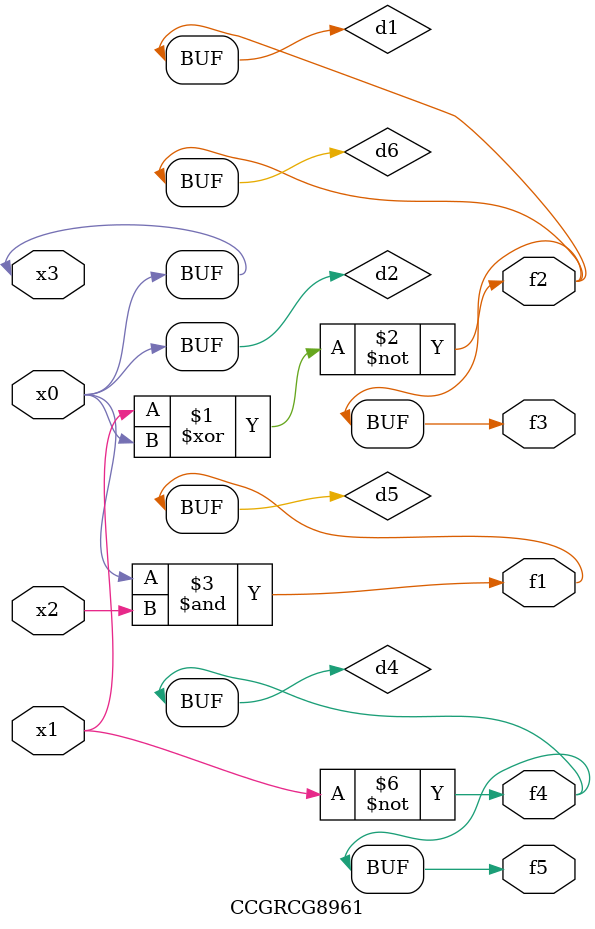
<source format=v>
module CCGRCG8961(
	input x0, x1, x2, x3,
	output f1, f2, f3, f4, f5
);

	wire d1, d2, d3, d4, d5, d6;

	xnor (d1, x1, x3);
	buf (d2, x0, x3);
	nand (d3, x0, x2);
	not (d4, x1);
	nand (d5, d3);
	or (d6, d1);
	assign f1 = d5;
	assign f2 = d6;
	assign f3 = d6;
	assign f4 = d4;
	assign f5 = d4;
endmodule

</source>
